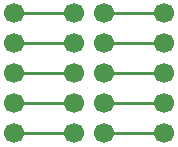
<source format=gtl>
G04 #@! TF.FileFunction,Copper,L1,Top,Signal*
%FSLAX46Y46*%
G04 Gerber Fmt 4.6, Leading zero omitted, Abs format (unit mm)*
G04 Created by KiCad (PCBNEW 4.0.2-1.fc23-product) date Sun May  1 08:53:22 2016*
%MOMM*%
G01*
G04 APERTURE LIST*
%ADD10C,0.100000*%
%ADD11C,1.700000*%
%ADD12C,0.250000*%
G04 APERTURE END LIST*
D10*
D11*
X152400000Y-104140000D03*
X154940000Y-104140000D03*
X152400000Y-106680000D03*
X154940000Y-106680000D03*
X152400000Y-109220000D03*
X154940000Y-109220000D03*
X152400000Y-111760000D03*
X154940000Y-111760000D03*
X152400000Y-114300000D03*
X154940000Y-114300000D03*
X147320000Y-104140000D03*
X160020000Y-104140000D03*
X147320000Y-106680000D03*
X160020000Y-106680000D03*
X147320000Y-109220000D03*
X160020000Y-109220000D03*
X147320000Y-111760000D03*
X160020000Y-111760000D03*
X147320000Y-114300000D03*
X160020000Y-114300000D03*
D12*
X147320000Y-104140000D02*
X152400000Y-104140000D01*
X154940000Y-104140000D02*
X160020000Y-104140000D01*
X147320000Y-106680000D02*
X152400000Y-106680000D01*
X160020000Y-106680000D02*
X154940000Y-106680000D01*
X152400000Y-109220000D02*
X147320000Y-109220000D01*
X154940000Y-109220000D02*
X160020000Y-109220000D01*
X147320000Y-111760000D02*
X152400000Y-111760000D01*
X160020000Y-111760000D02*
X154940000Y-111760000D01*
X152400000Y-114300000D02*
X147320000Y-114300000D01*
X154940000Y-114300000D02*
X160020000Y-114300000D01*
M02*

</source>
